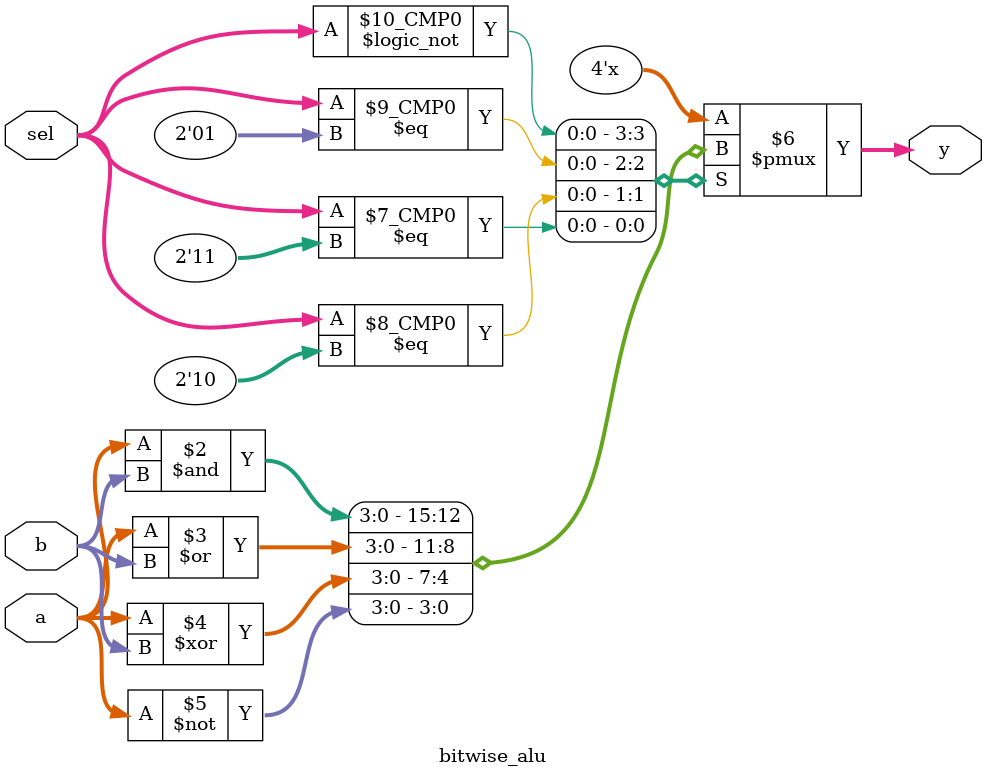
<source format=v>
module bitwise_alu(input [3:0] a, b, input [1:0] sel, output reg [3:0] y);
always @(*) begin
  case(sel)
    2'b00: y = a & b;
    2'b01: y = a | b;
    2'b10: y = a ^ b;
    2'b11: y = ~a;
  endcase
end
endmodule
</source>
